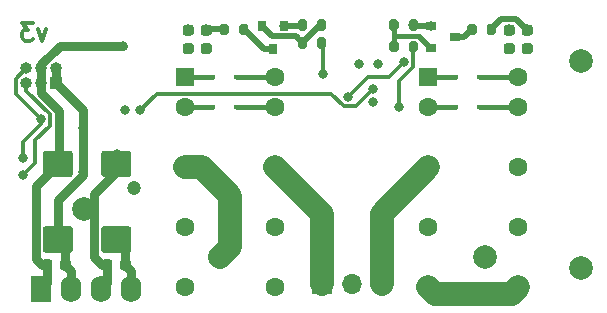
<source format=gbr>
%TF.GenerationSoftware,KiCad,Pcbnew,(5.1.10)-1*%
%TF.CreationDate,2022-01-18T17:44:39+07:00*%
%TF.ProjectId,Fan_controller_v3,46616e5f-636f-46e7-9472-6f6c6c65725f,rev?*%
%TF.SameCoordinates,Original*%
%TF.FileFunction,Copper,L4,Bot*%
%TF.FilePolarity,Positive*%
%FSLAX46Y46*%
G04 Gerber Fmt 4.6, Leading zero omitted, Abs format (unit mm)*
G04 Created by KiCad (PCBNEW (5.1.10)-1) date 2022-01-18 17:44:39*
%MOMM*%
%LPD*%
G01*
G04 APERTURE LIST*
%TA.AperFunction,NonConductor*%
%ADD10C,0.300000*%
%TD*%
%TA.AperFunction,ComponentPad*%
%ADD11O,1.000000X1.000000*%
%TD*%
%TA.AperFunction,ComponentPad*%
%ADD12R,1.000000X1.000000*%
%TD*%
%TA.AperFunction,ComponentPad*%
%ADD13C,2.000000*%
%TD*%
%TA.AperFunction,SMDPad,CuDef*%
%ADD14R,0.900000X0.800000*%
%TD*%
%TA.AperFunction,SMDPad,CuDef*%
%ADD15R,0.800000X0.900000*%
%TD*%
%TA.AperFunction,ComponentPad*%
%ADD16R,1.600000X1.600000*%
%TD*%
%TA.AperFunction,ComponentPad*%
%ADD17C,1.600000*%
%TD*%
%TA.AperFunction,ComponentPad*%
%ADD18R,1.700000X1.700000*%
%TD*%
%TA.AperFunction,ComponentPad*%
%ADD19O,1.700000X1.700000*%
%TD*%
%TA.AperFunction,ComponentPad*%
%ADD20O,1.750000X2.250000*%
%TD*%
%TA.AperFunction,ComponentPad*%
%ADD21R,1.750000X2.250000*%
%TD*%
%TA.AperFunction,SMDPad,CuDef*%
%ADD22R,0.600000X0.450000*%
%TD*%
%TA.AperFunction,ViaPad*%
%ADD23C,0.800000*%
%TD*%
%TA.AperFunction,ViaPad*%
%ADD24C,1.200000*%
%TD*%
%TA.AperFunction,Conductor*%
%ADD25C,0.400000*%
%TD*%
%TA.AperFunction,Conductor*%
%ADD26C,0.500000*%
%TD*%
%TA.AperFunction,Conductor*%
%ADD27C,0.800000*%
%TD*%
%TA.AperFunction,Conductor*%
%ADD28C,0.300000*%
%TD*%
%TA.AperFunction,Conductor*%
%ADD29C,2.000000*%
%TD*%
G04 APERTURE END LIST*
D10*
X77957428Y-76310571D02*
X77600285Y-77310571D01*
X77243142Y-76310571D01*
X76814571Y-75810571D02*
X75886000Y-75810571D01*
X76386000Y-76382000D01*
X76171714Y-76382000D01*
X76028857Y-76453428D01*
X75957428Y-76524857D01*
X75886000Y-76667714D01*
X75886000Y-77024857D01*
X75957428Y-77167714D01*
X76028857Y-77239142D01*
X76171714Y-77310571D01*
X76600285Y-77310571D01*
X76743142Y-77239142D01*
X76814571Y-77167714D01*
D11*
%TO.P,J2,6*%
%TO.N,/scl0*%
X76251000Y-79680000D03*
%TO.P,J2,5*%
%TO.N,/sda0*%
X76251000Y-80950000D03*
%TO.P,J2,4*%
%TO.N,GND1*%
X77521000Y-79680000D03*
%TO.P,J2,3*%
X77521000Y-80950000D03*
%TO.P,J2,2*%
%TO.N,+5P*%
X78791000Y-79680000D03*
D12*
%TO.P,J2,1*%
X78791000Y-80950000D03*
%TD*%
D13*
%TO.P,C5,2*%
%TO.N,Net-(C5-Pad2)*%
X115113000Y-95682000D03*
%TO.P,C5,1*%
%TO.N,Net-(C5-Pad1)*%
X92613000Y-95682000D03*
%TD*%
%TO.P,R15,2*%
%TO.N,GND2*%
%TA.AperFunction,SMDPad,CuDef*%
G36*
G01*
X108617000Y-76272000D02*
X108617000Y-75722000D01*
G75*
G02*
X108817000Y-75522000I200000J0D01*
G01*
X109217000Y-75522000D01*
G75*
G02*
X109417000Y-75722000I0J-200000D01*
G01*
X109417000Y-76272000D01*
G75*
G02*
X109217000Y-76472000I-200000J0D01*
G01*
X108817000Y-76472000D01*
G75*
G02*
X108617000Y-76272000I0J200000D01*
G01*
G37*
%TD.AperFunction*%
%TO.P,R15,1*%
%TO.N,Net-(Q5-Pad1)*%
%TA.AperFunction,SMDPad,CuDef*%
G36*
G01*
X106967000Y-76272000D02*
X106967000Y-75722000D01*
G75*
G02*
X107167000Y-75522000I200000J0D01*
G01*
X107567000Y-75522000D01*
G75*
G02*
X107767000Y-75722000I0J-200000D01*
G01*
X107767000Y-76272000D01*
G75*
G02*
X107567000Y-76472000I-200000J0D01*
G01*
X107167000Y-76472000D01*
G75*
G02*
X106967000Y-76272000I0J200000D01*
G01*
G37*
%TD.AperFunction*%
%TD*%
%TO.P,R13,2*%
%TO.N,/K2_set*%
%TA.AperFunction,SMDPad,CuDef*%
G36*
G01*
X108616000Y-78113500D02*
X108616000Y-77563500D01*
G75*
G02*
X108816000Y-77363500I200000J0D01*
G01*
X109216000Y-77363500D01*
G75*
G02*
X109416000Y-77563500I0J-200000D01*
G01*
X109416000Y-78113500D01*
G75*
G02*
X109216000Y-78313500I-200000J0D01*
G01*
X108816000Y-78313500D01*
G75*
G02*
X108616000Y-78113500I0J200000D01*
G01*
G37*
%TD.AperFunction*%
%TO.P,R13,1*%
%TO.N,Net-(Q5-Pad1)*%
%TA.AperFunction,SMDPad,CuDef*%
G36*
G01*
X106966000Y-78113500D02*
X106966000Y-77563500D01*
G75*
G02*
X107166000Y-77363500I200000J0D01*
G01*
X107566000Y-77363500D01*
G75*
G02*
X107766000Y-77563500I0J-200000D01*
G01*
X107766000Y-78113500D01*
G75*
G02*
X107566000Y-78313500I-200000J0D01*
G01*
X107166000Y-78313500D01*
G75*
G02*
X106966000Y-78113500I0J200000D01*
G01*
G37*
%TD.AperFunction*%
%TD*%
%TO.P,R3,2*%
%TO.N,GND2*%
%TA.AperFunction,SMDPad,CuDef*%
G36*
G01*
X100019000Y-75722000D02*
X100019000Y-76272000D01*
G75*
G02*
X99819000Y-76472000I-200000J0D01*
G01*
X99419000Y-76472000D01*
G75*
G02*
X99219000Y-76272000I0J200000D01*
G01*
X99219000Y-75722000D01*
G75*
G02*
X99419000Y-75522000I200000J0D01*
G01*
X99819000Y-75522000D01*
G75*
G02*
X100019000Y-75722000I0J-200000D01*
G01*
G37*
%TD.AperFunction*%
%TO.P,R3,1*%
%TO.N,Net-(Q1-Pad1)*%
%TA.AperFunction,SMDPad,CuDef*%
G36*
G01*
X101669000Y-75722000D02*
X101669000Y-76272000D01*
G75*
G02*
X101469000Y-76472000I-200000J0D01*
G01*
X101069000Y-76472000D01*
G75*
G02*
X100869000Y-76272000I0J200000D01*
G01*
X100869000Y-75722000D01*
G75*
G02*
X101069000Y-75522000I200000J0D01*
G01*
X101469000Y-75522000D01*
G75*
G02*
X101669000Y-75722000I0J-200000D01*
G01*
G37*
%TD.AperFunction*%
%TD*%
%TO.P,R1,2*%
%TO.N,/K1_set*%
%TA.AperFunction,SMDPad,CuDef*%
G36*
G01*
X100869000Y-77796000D02*
X100869000Y-77246000D01*
G75*
G02*
X101069000Y-77046000I200000J0D01*
G01*
X101469000Y-77046000D01*
G75*
G02*
X101669000Y-77246000I0J-200000D01*
G01*
X101669000Y-77796000D01*
G75*
G02*
X101469000Y-77996000I-200000J0D01*
G01*
X101069000Y-77996000D01*
G75*
G02*
X100869000Y-77796000I0J200000D01*
G01*
G37*
%TD.AperFunction*%
%TO.P,R1,1*%
%TO.N,Net-(Q1-Pad1)*%
%TA.AperFunction,SMDPad,CuDef*%
G36*
G01*
X99219000Y-77796000D02*
X99219000Y-77246000D01*
G75*
G02*
X99419000Y-77046000I200000J0D01*
G01*
X99819000Y-77046000D01*
G75*
G02*
X100019000Y-77246000I0J-200000D01*
G01*
X100019000Y-77796000D01*
G75*
G02*
X99819000Y-77996000I-200000J0D01*
G01*
X99419000Y-77996000D01*
G75*
G02*
X99219000Y-77796000I0J200000D01*
G01*
G37*
%TD.AperFunction*%
%TD*%
D14*
%TO.P,Q5,3*%
%TO.N,Net-(Q5-Pad3)*%
X112541000Y-77010500D03*
%TO.P,Q5,2*%
%TO.N,GND2*%
X110541000Y-76060500D03*
%TO.P,Q5,1*%
%TO.N,Net-(Q5-Pad1)*%
X110541000Y-77960500D03*
%TD*%
D15*
%TO.P,Q1,3*%
%TO.N,Net-(Q1-Pad3)*%
X97145000Y-78060500D03*
%TO.P,Q1,2*%
%TO.N,GND2*%
X98095000Y-76060500D03*
%TO.P,Q1,1*%
%TO.N,Net-(Q1-Pad1)*%
X96195000Y-76060500D03*
%TD*%
D16*
%TO.P,K2,1*%
%TO.N,+5VP*%
X110287000Y-80442000D03*
D17*
%TO.P,K2,2*%
X110287000Y-82982000D03*
%TO.P,K2,4*%
%TO.N,Net-(J1-Pad3)*%
X110287000Y-88062000D03*
%TO.P,K2,6*%
%TO.N,Net-(C7-Pad1)*%
X110287000Y-93142000D03*
%TO.P,K2,8*%
%TO.N,Net-(K2-Pad8)*%
X110287000Y-98222000D03*
%TO.P,K2,9*%
X117907000Y-98222000D03*
%TO.P,K2,11*%
%TO.N,Net-(C5-Pad2)*%
X117907000Y-93142000D03*
%TO.P,K2,13*%
%TO.N,Net-(C7-Pad1)*%
X117907000Y-88062000D03*
%TO.P,K2,15*%
%TO.N,Net-(C12-Pad2)*%
X117907000Y-82982000D03*
%TO.P,K2,16*%
%TO.N,Net-(C11-Pad2)*%
X117907000Y-80442000D03*
%TD*%
D18*
%TO.P,J1,1*%
%TO.N,Net-(J1-Pad1)*%
X101270000Y-97968000D03*
D19*
%TO.P,J1,2*%
%TO.N,N/C*%
X103810000Y-97968000D03*
%TO.P,J1,3*%
%TO.N,Net-(J1-Pad3)*%
X106350000Y-97968000D03*
%TD*%
D13*
%TO.P,TP1,1*%
%TO.N,GND2*%
X81140500Y-91618000D03*
%TD*%
%TO.P,R17,2*%
%TO.N,Net-(C11-Pad1)*%
%TA.AperFunction,SMDPad,CuDef*%
G36*
G01*
X115221000Y-76653000D02*
X115221000Y-76103000D01*
G75*
G02*
X115421000Y-75903000I200000J0D01*
G01*
X115821000Y-75903000D01*
G75*
G02*
X116021000Y-76103000I0J-200000D01*
G01*
X116021000Y-76653000D01*
G75*
G02*
X115821000Y-76853000I-200000J0D01*
G01*
X115421000Y-76853000D01*
G75*
G02*
X115221000Y-76653000I0J200000D01*
G01*
G37*
%TD.AperFunction*%
%TO.P,R17,1*%
%TO.N,Net-(Q5-Pad3)*%
%TA.AperFunction,SMDPad,CuDef*%
G36*
G01*
X113571000Y-76653000D02*
X113571000Y-76103000D01*
G75*
G02*
X113771000Y-75903000I200000J0D01*
G01*
X114171000Y-75903000D01*
G75*
G02*
X114371000Y-76103000I0J-200000D01*
G01*
X114371000Y-76653000D01*
G75*
G02*
X114171000Y-76853000I-200000J0D01*
G01*
X113771000Y-76853000D01*
G75*
G02*
X113571000Y-76653000I0J200000D01*
G01*
G37*
%TD.AperFunction*%
%TD*%
%TO.P,R5,2*%
%TO.N,Net-(C3-Pad1)*%
%TA.AperFunction,SMDPad,CuDef*%
G36*
G01*
X93415000Y-76103000D02*
X93415000Y-76653000D01*
G75*
G02*
X93215000Y-76853000I-200000J0D01*
G01*
X92815000Y-76853000D01*
G75*
G02*
X92615000Y-76653000I0J200000D01*
G01*
X92615000Y-76103000D01*
G75*
G02*
X92815000Y-75903000I200000J0D01*
G01*
X93215000Y-75903000D01*
G75*
G02*
X93415000Y-76103000I0J-200000D01*
G01*
G37*
%TD.AperFunction*%
%TO.P,R5,1*%
%TO.N,Net-(Q1-Pad3)*%
%TA.AperFunction,SMDPad,CuDef*%
G36*
G01*
X95065000Y-76103000D02*
X95065000Y-76653000D01*
G75*
G02*
X94865000Y-76853000I-200000J0D01*
G01*
X94465000Y-76853000D01*
G75*
G02*
X94265000Y-76653000I0J200000D01*
G01*
X94265000Y-76103000D01*
G75*
G02*
X94465000Y-75903000I200000J0D01*
G01*
X94865000Y-75903000D01*
G75*
G02*
X95065000Y-76103000I0J-200000D01*
G01*
G37*
%TD.AperFunction*%
%TD*%
D20*
%TO.P,PS1,4*%
%TO.N,Net-(C6-Pad2)*%
X85141000Y-98349000D03*
%TO.P,PS1,3*%
%TO.N,GND2*%
X82601000Y-98349000D03*
%TO.P,PS1,2*%
%TO.N,+5P*%
X80061000Y-98349000D03*
D21*
%TO.P,PS1,1*%
%TO.N,GND1*%
X77521000Y-98349000D03*
%TD*%
D17*
%TO.P,K1,16*%
%TO.N,Net-(C3-Pad2)*%
X97333000Y-80442000D03*
%TO.P,K1,15*%
%TO.N,Net-(C4-Pad2)*%
X97333000Y-82982000D03*
%TO.P,K1,13*%
%TO.N,Net-(J1-Pad1)*%
X97333000Y-88062000D03*
%TO.P,K1,11*%
%TO.N,Net-(C5-Pad2)*%
X97333000Y-93142000D03*
%TO.P,K1,9*%
%TO.N,Net-(K1-Pad8)*%
X97333000Y-98222000D03*
%TO.P,K1,8*%
X89713000Y-98222000D03*
%TO.P,K1,6*%
%TO.N,Net-(C7-Pad1)*%
X89713000Y-93142000D03*
%TO.P,K1,4*%
%TO.N,Net-(C5-Pad1)*%
X89713000Y-88062000D03*
%TO.P,K1,2*%
%TO.N,+5VP*%
X89713000Y-82982000D03*
D16*
%TO.P,K1,1*%
X89713000Y-80442000D03*
%TD*%
D22*
%TO.P,D4,2*%
%TO.N,Net-(C12-Pad2)*%
X114673000Y-82982000D03*
%TO.P,D4,1*%
%TO.N,+5VP*%
X112573000Y-82982000D03*
%TD*%
%TO.P,D3,2*%
%TO.N,Net-(C11-Pad2)*%
X114673000Y-80442000D03*
%TO.P,D3,1*%
%TO.N,+5VP*%
X112573000Y-80442000D03*
%TD*%
%TO.P,D2,2*%
%TO.N,Net-(C4-Pad2)*%
X94099000Y-82982000D03*
%TO.P,D2,1*%
%TO.N,+5VP*%
X91999000Y-82982000D03*
%TD*%
%TO.P,D1,2*%
%TO.N,Net-(C3-Pad2)*%
X94099000Y-80442000D03*
%TO.P,D1,1*%
%TO.N,+5VP*%
X91999000Y-80442000D03*
%TD*%
%TO.P,C9,2*%
%TO.N,GND2*%
%TA.AperFunction,SMDPad,CuDef*%
G36*
G01*
X84896001Y-88883000D02*
X82845999Y-88883000D01*
G75*
G02*
X82596000Y-88633001I0J249999D01*
G01*
X82596000Y-86882999D01*
G75*
G02*
X82845999Y-86633000I249999J0D01*
G01*
X84896001Y-86633000D01*
G75*
G02*
X85146000Y-86882999I0J-249999D01*
G01*
X85146000Y-88633001D01*
G75*
G02*
X84896001Y-88883000I-249999J0D01*
G01*
G37*
%TD.AperFunction*%
%TO.P,C9,1*%
%TO.N,Net-(C6-Pad2)*%
%TA.AperFunction,SMDPad,CuDef*%
G36*
G01*
X84896001Y-95283000D02*
X82845999Y-95283000D01*
G75*
G02*
X82596000Y-95033001I0J249999D01*
G01*
X82596000Y-93282999D01*
G75*
G02*
X82845999Y-93033000I249999J0D01*
G01*
X84896001Y-93033000D01*
G75*
G02*
X85146000Y-93282999I0J-249999D01*
G01*
X85146000Y-95033001D01*
G75*
G02*
X84896001Y-95283000I-249999J0D01*
G01*
G37*
%TD.AperFunction*%
%TD*%
D13*
%TO.P,C7,2*%
%TO.N,Net-(C5-Pad2)*%
X123241000Y-96545000D03*
%TO.P,C7,1*%
%TO.N,Net-(C7-Pad1)*%
X123241000Y-79045000D03*
%TD*%
%TO.P,C6,2*%
%TO.N,Net-(C6-Pad2)*%
%TA.AperFunction,SMDPad,CuDef*%
G36*
G01*
X84196000Y-96567000D02*
X84196000Y-96067000D01*
G75*
G02*
X84421000Y-95842000I225000J0D01*
G01*
X84871000Y-95842000D01*
G75*
G02*
X85096000Y-96067000I0J-225000D01*
G01*
X85096000Y-96567000D01*
G75*
G02*
X84871000Y-96792000I-225000J0D01*
G01*
X84421000Y-96792000D01*
G75*
G02*
X84196000Y-96567000I0J225000D01*
G01*
G37*
%TD.AperFunction*%
%TO.P,C6,1*%
%TO.N,GND2*%
%TA.AperFunction,SMDPad,CuDef*%
G36*
G01*
X82646000Y-96567000D02*
X82646000Y-96067000D01*
G75*
G02*
X82871000Y-95842000I225000J0D01*
G01*
X83321000Y-95842000D01*
G75*
G02*
X83546000Y-96067000I0J-225000D01*
G01*
X83546000Y-96567000D01*
G75*
G02*
X83321000Y-96792000I-225000J0D01*
G01*
X82871000Y-96792000D01*
G75*
G02*
X82646000Y-96567000I0J225000D01*
G01*
G37*
%TD.AperFunction*%
%TD*%
%TO.P,C2,2*%
%TO.N,+5P*%
%TA.AperFunction,SMDPad,CuDef*%
G36*
G01*
X79116000Y-96567000D02*
X79116000Y-96067000D01*
G75*
G02*
X79341000Y-95842000I225000J0D01*
G01*
X79791000Y-95842000D01*
G75*
G02*
X80016000Y-96067000I0J-225000D01*
G01*
X80016000Y-96567000D01*
G75*
G02*
X79791000Y-96792000I-225000J0D01*
G01*
X79341000Y-96792000D01*
G75*
G02*
X79116000Y-96567000I0J225000D01*
G01*
G37*
%TD.AperFunction*%
%TO.P,C2,1*%
%TO.N,GND1*%
%TA.AperFunction,SMDPad,CuDef*%
G36*
G01*
X77566000Y-96567000D02*
X77566000Y-96067000D01*
G75*
G02*
X77791000Y-95842000I225000J0D01*
G01*
X78241000Y-95842000D01*
G75*
G02*
X78466000Y-96067000I0J-225000D01*
G01*
X78466000Y-96567000D01*
G75*
G02*
X78241000Y-96792000I-225000J0D01*
G01*
X77791000Y-96792000D01*
G75*
G02*
X77566000Y-96567000I0J225000D01*
G01*
G37*
%TD.AperFunction*%
%TD*%
%TO.P,C1,2*%
%TO.N,GND1*%
%TA.AperFunction,SMDPad,CuDef*%
G36*
G01*
X79943001Y-88883000D02*
X77892999Y-88883000D01*
G75*
G02*
X77643000Y-88633001I0J249999D01*
G01*
X77643000Y-86882999D01*
G75*
G02*
X77892999Y-86633000I249999J0D01*
G01*
X79943001Y-86633000D01*
G75*
G02*
X80193000Y-86882999I0J-249999D01*
G01*
X80193000Y-88633001D01*
G75*
G02*
X79943001Y-88883000I-249999J0D01*
G01*
G37*
%TD.AperFunction*%
%TO.P,C1,1*%
%TO.N,+5P*%
%TA.AperFunction,SMDPad,CuDef*%
G36*
G01*
X79943001Y-95283000D02*
X77892999Y-95283000D01*
G75*
G02*
X77643000Y-95033001I0J249999D01*
G01*
X77643000Y-93282999D01*
G75*
G02*
X77892999Y-93033000I249999J0D01*
G01*
X79943001Y-93033000D01*
G75*
G02*
X80193000Y-93282999I0J-249999D01*
G01*
X80193000Y-95033001D01*
G75*
G02*
X79943001Y-95283000I-249999J0D01*
G01*
G37*
%TD.AperFunction*%
%TD*%
%TO.P,C12,2*%
%TO.N,Net-(C12-Pad2)*%
%TA.AperFunction,SMDPad,CuDef*%
G36*
G01*
X116895000Y-77541500D02*
X117395000Y-77541500D01*
G75*
G02*
X117620000Y-77766500I0J-225000D01*
G01*
X117620000Y-78216500D01*
G75*
G02*
X117395000Y-78441500I-225000J0D01*
G01*
X116895000Y-78441500D01*
G75*
G02*
X116670000Y-78216500I0J225000D01*
G01*
X116670000Y-77766500D01*
G75*
G02*
X116895000Y-77541500I225000J0D01*
G01*
G37*
%TD.AperFunction*%
%TO.P,C12,1*%
%TO.N,Net-(C12-Pad1)*%
%TA.AperFunction,SMDPad,CuDef*%
G36*
G01*
X116895000Y-75991500D02*
X117395000Y-75991500D01*
G75*
G02*
X117620000Y-76216500I0J-225000D01*
G01*
X117620000Y-76666500D01*
G75*
G02*
X117395000Y-76891500I-225000J0D01*
G01*
X116895000Y-76891500D01*
G75*
G02*
X116670000Y-76666500I0J225000D01*
G01*
X116670000Y-76216500D01*
G75*
G02*
X116895000Y-75991500I225000J0D01*
G01*
G37*
%TD.AperFunction*%
%TD*%
%TO.P,C11,2*%
%TO.N,Net-(C11-Pad2)*%
%TA.AperFunction,SMDPad,CuDef*%
G36*
G01*
X118419000Y-77541500D02*
X118919000Y-77541500D01*
G75*
G02*
X119144000Y-77766500I0J-225000D01*
G01*
X119144000Y-78216500D01*
G75*
G02*
X118919000Y-78441500I-225000J0D01*
G01*
X118419000Y-78441500D01*
G75*
G02*
X118194000Y-78216500I0J225000D01*
G01*
X118194000Y-77766500D01*
G75*
G02*
X118419000Y-77541500I225000J0D01*
G01*
G37*
%TD.AperFunction*%
%TO.P,C11,1*%
%TO.N,Net-(C11-Pad1)*%
%TA.AperFunction,SMDPad,CuDef*%
G36*
G01*
X118419000Y-75991500D02*
X118919000Y-75991500D01*
G75*
G02*
X119144000Y-76216500I0J-225000D01*
G01*
X119144000Y-76666500D01*
G75*
G02*
X118919000Y-76891500I-225000J0D01*
G01*
X118419000Y-76891500D01*
G75*
G02*
X118194000Y-76666500I0J225000D01*
G01*
X118194000Y-76216500D01*
G75*
G02*
X118419000Y-75991500I225000J0D01*
G01*
G37*
%TD.AperFunction*%
%TD*%
%TO.P,C4,2*%
%TO.N,Net-(C4-Pad2)*%
%TA.AperFunction,SMDPad,CuDef*%
G36*
G01*
X89717000Y-77541500D02*
X90217000Y-77541500D01*
G75*
G02*
X90442000Y-77766500I0J-225000D01*
G01*
X90442000Y-78216500D01*
G75*
G02*
X90217000Y-78441500I-225000J0D01*
G01*
X89717000Y-78441500D01*
G75*
G02*
X89492000Y-78216500I0J225000D01*
G01*
X89492000Y-77766500D01*
G75*
G02*
X89717000Y-77541500I225000J0D01*
G01*
G37*
%TD.AperFunction*%
%TO.P,C4,1*%
%TO.N,Net-(C4-Pad1)*%
%TA.AperFunction,SMDPad,CuDef*%
G36*
G01*
X89717000Y-75991500D02*
X90217000Y-75991500D01*
G75*
G02*
X90442000Y-76216500I0J-225000D01*
G01*
X90442000Y-76666500D01*
G75*
G02*
X90217000Y-76891500I-225000J0D01*
G01*
X89717000Y-76891500D01*
G75*
G02*
X89492000Y-76666500I0J225000D01*
G01*
X89492000Y-76216500D01*
G75*
G02*
X89717000Y-75991500I225000J0D01*
G01*
G37*
%TD.AperFunction*%
%TD*%
%TO.P,C3,2*%
%TO.N,Net-(C3-Pad2)*%
%TA.AperFunction,SMDPad,CuDef*%
G36*
G01*
X91241000Y-77541500D02*
X91741000Y-77541500D01*
G75*
G02*
X91966000Y-77766500I0J-225000D01*
G01*
X91966000Y-78216500D01*
G75*
G02*
X91741000Y-78441500I-225000J0D01*
G01*
X91241000Y-78441500D01*
G75*
G02*
X91016000Y-78216500I0J225000D01*
G01*
X91016000Y-77766500D01*
G75*
G02*
X91241000Y-77541500I225000J0D01*
G01*
G37*
%TD.AperFunction*%
%TO.P,C3,1*%
%TO.N,Net-(C3-Pad1)*%
%TA.AperFunction,SMDPad,CuDef*%
G36*
G01*
X91241000Y-75991500D02*
X91741000Y-75991500D01*
G75*
G02*
X91966000Y-76216500I0J-225000D01*
G01*
X91966000Y-76666500D01*
G75*
G02*
X91741000Y-76891500I-225000J0D01*
G01*
X91241000Y-76891500D01*
G75*
G02*
X91016000Y-76666500I0J225000D01*
G01*
X91016000Y-76216500D01*
G75*
G02*
X91241000Y-75991500I225000J0D01*
G01*
G37*
%TD.AperFunction*%
%TD*%
D23*
%TO.N,Net-(C3-Pad2)*%
X91491000Y-78029000D03*
%TO.N,Net-(C3-Pad1)*%
X91491000Y-76378000D03*
%TO.N,Net-(C4-Pad2)*%
X89967000Y-78029000D03*
%TO.N,Net-(C4-Pad1)*%
X89967000Y-76378000D03*
%TO.N,GND1*%
X84480000Y-77775000D03*
%TO.N,+5P*%
X81077000Y-88443000D03*
X81077000Y-84760000D03*
%TO.N,Net-(C11-Pad1)*%
X118669000Y-76378000D03*
%TO.N,GND2*%
X104445000Y-79299000D03*
X99619000Y-75997000D03*
X109017000Y-75997000D03*
X98095000Y-76060500D03*
X110541000Y-76060500D03*
X83972032Y-86919000D03*
%TO.N,+5VP*%
X105995000Y-79299000D03*
D24*
X85395006Y-89840000D03*
D23*
%TO.N,/scl0*%
X77521000Y-83932000D03*
X75997000Y-87236500D03*
%TO.N,/sda0*%
X75997000Y-88697000D03*
%TO.N,/I2C_SDA*%
X105615886Y-81416284D03*
X85903000Y-83236000D03*
%TO.N,/I2C_SCL*%
X105615814Y-82515892D03*
X84633000Y-83236000D03*
%TO.N,/K1_set*%
X101396992Y-80188000D03*
%TO.N,/K2_set*%
X107833000Y-82941000D03*
%TO.N,/K2_rst*%
X108255000Y-79161000D03*
X103497423Y-82130732D03*
D24*
%TO.N,Net-(C6-Pad2)*%
X83871000Y-94158000D03*
D23*
%TO.N,Net-(C11-Pad2)*%
X118669000Y-78029000D03*
%TO.N,Net-(C12-Pad2)*%
X117145000Y-78029000D03*
%TO.N,Net-(C12-Pad1)*%
X117145000Y-76378000D03*
%TD*%
D25*
%TO.N,Net-(C3-Pad2)*%
X94099000Y-80442000D02*
X97333000Y-80442000D01*
D26*
%TO.N,Net-(C3-Pad1)*%
X93015000Y-76378000D02*
X91491000Y-76378000D01*
D25*
%TO.N,Net-(C4-Pad2)*%
X94099000Y-82982000D02*
X97333000Y-82982000D01*
D27*
%TO.N,GND1*%
X77042990Y-89633010D02*
X78918000Y-87758000D01*
X77042990Y-95793990D02*
X77042990Y-89633010D01*
X77566000Y-96317000D02*
X77042990Y-95793990D01*
X78016000Y-96317000D02*
X77566000Y-96317000D01*
X78016000Y-97854000D02*
X77521000Y-98349000D01*
X78016000Y-96317000D02*
X78016000Y-97854000D01*
D28*
X77394000Y-80950000D02*
X77521000Y-81077000D01*
D27*
X77521000Y-79680000D02*
X77521000Y-80950000D01*
X77521000Y-79321998D02*
X77521000Y-79680000D01*
X79067998Y-77775000D02*
X77521000Y-79321998D01*
X84480000Y-77775000D02*
X79067998Y-77775000D01*
X79021011Y-87654989D02*
X78918000Y-87758000D01*
X79021011Y-83260014D02*
X79021011Y-87654989D01*
X77521000Y-81760003D02*
X79021011Y-83260014D01*
X77521000Y-80950000D02*
X77521000Y-81760003D01*
%TO.N,+5P*%
X80061000Y-96812000D02*
X79566000Y-96317000D01*
X80061000Y-98349000D02*
X80061000Y-96812000D01*
X79566000Y-94806000D02*
X78918000Y-94158000D01*
X79566000Y-96317000D02*
X79566000Y-94806000D01*
X81077000Y-88701098D02*
X81077000Y-88443000D01*
X80295088Y-89483010D02*
X81077000Y-88701098D01*
X78918000Y-90856000D02*
X80290990Y-89483010D01*
X80290990Y-89483010D02*
X80295088Y-89483010D01*
X78918000Y-94158000D02*
X78918000Y-90856000D01*
X78791000Y-80950000D02*
X78791000Y-79680000D01*
X81077000Y-83236000D02*
X78791000Y-80950000D01*
X81077000Y-88443000D02*
X81077000Y-84760000D01*
X81077000Y-84760000D02*
X81077000Y-83236000D01*
D26*
%TO.N,Net-(C11-Pad1)*%
X116471001Y-75527999D02*
X115621000Y-76378000D01*
X117755499Y-75527999D02*
X116471001Y-75527999D01*
X118669000Y-76441500D02*
X117755499Y-75527999D01*
D27*
%TO.N,GND2*%
X83096000Y-97854000D02*
X82601000Y-98349000D01*
X83096000Y-96317000D02*
X83096000Y-97854000D01*
D26*
X109080500Y-76060500D02*
X109017000Y-75997000D01*
X110541000Y-76060500D02*
X109080500Y-76060500D01*
X99555500Y-76060500D02*
X99619000Y-75997000D01*
X98095000Y-76060500D02*
X99555500Y-76060500D01*
D27*
X83871000Y-87758000D02*
X83871000Y-87758000D01*
X83972032Y-87656968D02*
X83871000Y-87758000D01*
X83972032Y-86919000D02*
X83972032Y-87656968D01*
X82646000Y-96317000D02*
X81995990Y-95666990D01*
X83096000Y-96317000D02*
X82646000Y-96317000D01*
X81966000Y-91618000D02*
X81995990Y-91647990D01*
X81140500Y-91618000D02*
X81966000Y-91618000D01*
X81995990Y-95666990D02*
X81995990Y-91647990D01*
X83871000Y-88443000D02*
X83871000Y-87758000D01*
X81995990Y-90318010D02*
X83871000Y-88443000D01*
X81995990Y-91647990D02*
X81995990Y-90318010D01*
D25*
%TO.N,+5VP*%
X112573000Y-82982000D02*
X110287000Y-82982000D01*
X112573000Y-80442000D02*
X110287000Y-80442000D01*
X91999000Y-80442000D02*
X89713000Y-80442000D01*
X91999000Y-82982000D02*
X89713000Y-82982000D01*
D29*
%TO.N,Net-(J1-Pad1)*%
X101270000Y-91999000D02*
X97333000Y-88062000D01*
X101270000Y-97968000D02*
X101270000Y-91999000D01*
D28*
%TO.N,/scl0*%
X75997000Y-85903000D02*
X75997000Y-87236500D01*
X77521000Y-84379000D02*
X75997000Y-85903000D01*
X77521000Y-83932000D02*
X77521000Y-84379000D01*
X75400999Y-81811999D02*
X75400999Y-80530001D01*
X77521000Y-83932000D02*
X75400999Y-81811999D01*
X75400999Y-80530001D02*
X76251000Y-79680000D01*
%TO.N,/sda0*%
X75997000Y-88697000D02*
X77013000Y-87681000D01*
X78271001Y-83570678D02*
X76251000Y-81550677D01*
X78271001Y-84517999D02*
X78271001Y-83570678D01*
X77013000Y-85776000D02*
X78271001Y-84517999D01*
X76251000Y-81550677D02*
X76251000Y-80950000D01*
X77013000Y-87681000D02*
X77013000Y-85776000D01*
D29*
%TO.N,Net-(K2-Pad8)*%
X117379010Y-98749990D02*
X117907000Y-98222000D01*
X110814990Y-98749990D02*
X117379010Y-98749990D01*
X110287000Y-98222000D02*
X110814990Y-98749990D01*
D28*
%TO.N,/I2C_SDA*%
X104151437Y-82880733D02*
X105615886Y-81416284D01*
X102088688Y-81831999D02*
X103137422Y-82880733D01*
X87307001Y-81831999D02*
X102088688Y-81831999D01*
X103137422Y-82880733D02*
X104151437Y-82880733D01*
X85903000Y-83236000D02*
X87307001Y-81831999D01*
D25*
%TO.N,Net-(Q5-Pad1)*%
X107367000Y-77012000D02*
X107367000Y-77837500D01*
X107445490Y-76899990D02*
X107367000Y-76821500D01*
X109480490Y-76899990D02*
X107445490Y-76899990D01*
X110541000Y-77960500D02*
X109480490Y-76899990D01*
X107367000Y-76821500D02*
X107367000Y-77012000D01*
X107367000Y-75997000D02*
X107367000Y-76821500D01*
X107367000Y-77837500D02*
X107366000Y-77838500D01*
X109451544Y-76950500D02*
X107367000Y-76950500D01*
X110461544Y-77960500D02*
X109451544Y-76950500D01*
X110541000Y-77960500D02*
X110461544Y-77960500D01*
X107367000Y-76950500D02*
X107367000Y-77837500D01*
X107367000Y-75997000D02*
X107367000Y-76950500D01*
D28*
%TO.N,/K1_set*%
X101397000Y-80187992D02*
X101396992Y-80188000D01*
X101397000Y-77649000D02*
X101397000Y-80187992D01*
X101269000Y-77521000D02*
X101397000Y-77649000D01*
%TO.N,/K2_set*%
X107833000Y-80737000D02*
X107833000Y-82941000D01*
X109016000Y-79554000D02*
X107833000Y-80737000D01*
X109016000Y-77838500D02*
X109016000Y-79554000D01*
%TO.N,/K2_rst*%
X105186155Y-80442000D02*
X103497423Y-82130732D01*
X106974000Y-80442000D02*
X105186155Y-80442000D01*
X108255000Y-79161000D02*
X106974000Y-80442000D01*
D29*
%TO.N,Net-(J1-Pad3)*%
X106350000Y-91999000D02*
X110287000Y-88062000D01*
X106350000Y-97968000D02*
X106350000Y-91999000D01*
D26*
%TO.N,Net-(Q5-Pad3)*%
X113338500Y-77010500D02*
X113971000Y-76378000D01*
X112541000Y-77010500D02*
X113338500Y-77010500D01*
D29*
%TO.N,Net-(C5-Pad1)*%
X91110000Y-88062000D02*
X89713000Y-88062000D01*
X93523000Y-94793000D02*
X93523000Y-90475000D01*
X92634000Y-95682000D02*
X93523000Y-94793000D01*
X93523000Y-90475000D02*
X91110000Y-88062000D01*
X92613000Y-95682000D02*
X92634000Y-95682000D01*
D27*
%TO.N,Net-(C6-Pad2)*%
X85141000Y-96812000D02*
X84646000Y-96317000D01*
X85141000Y-98349000D02*
X85141000Y-96812000D01*
X84646000Y-94933000D02*
X83871000Y-94158000D01*
X84646000Y-96317000D02*
X84646000Y-94933000D01*
X83871000Y-94158000D02*
X83871000Y-94158000D01*
D25*
%TO.N,Net-(C11-Pad2)*%
X114673000Y-80442000D02*
X117907000Y-80442000D01*
%TO.N,Net-(C12-Pad2)*%
X114673000Y-82982000D02*
X117907000Y-82982000D01*
D26*
%TO.N,Net-(Q1-Pad3)*%
X96347500Y-78060500D02*
X94665000Y-76378000D01*
X97145000Y-78060500D02*
X96347500Y-78060500D01*
%TO.N,Net-(Q1-Pad1)*%
X99058501Y-76960501D02*
X99619000Y-77521000D01*
X97095001Y-76960501D02*
X99058501Y-76960501D01*
X96195000Y-76060500D02*
X97095001Y-76960501D01*
X101143000Y-75997000D02*
X99619000Y-77521000D01*
X101269000Y-75997000D02*
X101143000Y-75997000D01*
%TD*%
M02*

</source>
